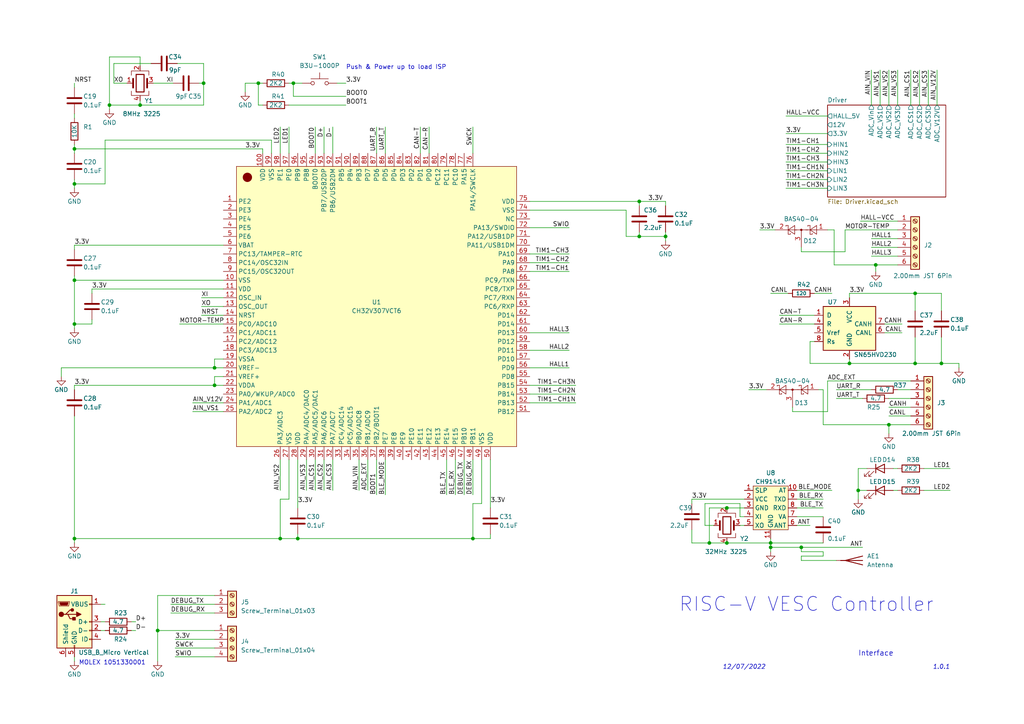
<source format=kicad_sch>
(kicad_sch (version 20220404) (generator eeschema)
  (paper "A4")
  (lib_symbols
    (symbol "BLDC_Library:CH32V307VCT6"
      (property "Reference" "U" (at 0 -1.27 0))
      (property "Value" "CH32V307VCT6" (at 0 1.27 0))
      (symbol "CH32V307VCT6_1_1"
        (pin bidirectional line (at -44.45 30.48 0) (length 3.81) (name "PE2") (number "1"))
        (pin power_in line (at -44.45 7.62 0) (length 3.81) (name "VSS") (number "10"))
        (pin power_in line (at -33.02 44.45 270) (length 3.81) (name "VDD") (number "100"))
        (pin power_in line (at -44.45 5.08 0) (length 3.81) (name "VDD") (number "11"))
        (pin bidirectional line (at -44.45 2.54 0) (length 3.81) (name "OSC_IN") (number "12"))
        (pin bidirectional line (at -44.45 0 0) (length 3.81) (name "OSC_OUT") (number "13"))
        (pin bidirectional line (at -44.45 -2.54 0) (length 3.81) (name "NRST") (number "14"))
        (pin bidirectional line (at -44.45 -5.08 0) (length 3.81) (name "PC0/ADC10") (number "15"))
        (pin bidirectional line (at -44.45 -7.62 0) (length 3.81) (name "PC1/ADC11") (number "16"))
        (pin bidirectional line (at -44.45 -10.16 0) (length 3.81) (name "PC2/ADC12") (number "17"))
        (pin bidirectional line (at -44.45 -12.7 0) (length 3.81) (name "PC3/ADC13") (number "18"))
        (pin power_in line (at -44.45 -15.24 0) (length 3.81) (name "VSSA") (number "19"))
        (pin bidirectional line (at -44.45 27.94 0) (length 3.81) (name "PE3") (number "2"))
        (pin power_in line (at -44.45 -17.78 0) (length 3.81) (name "VREF-") (number "20"))
        (pin power_in line (at -44.45 -20.32 0) (length 3.81) (name "VREF+") (number "21"))
        (pin power_in line (at -44.45 -22.86 0) (length 3.81) (name "VDDA") (number "22"))
        (pin bidirectional line (at -44.45 -25.4 0) (length 3.81) (name "PA0/WKUP/ADC0") (number "23"))
        (pin bidirectional line (at -44.45 -27.94 0) (length 3.81) (name "PA1/ADC1") (number "24"))
        (pin bidirectional line (at -44.45 -30.48 0) (length 3.81) (name "PA2/ADC2") (number "25"))
        (pin bidirectional line (at -27.94 -44.45 90) (length 3.81) (name "PA3/ADC3") (number "26"))
        (pin power_in line (at -25.4 -44.45 90) (length 3.81) (name "VSS") (number "27"))
        (pin power_in line (at -22.86 -44.45 90) (length 3.81) (name "VDD") (number "28"))
        (pin bidirectional line (at -20.32 -44.45 90) (length 3.81) (name "PA4/ADC4/DAC0") (number "29"))
        (pin bidirectional line (at -44.45 25.4 0) (length 3.81) (name "PE4") (number "3"))
        (pin bidirectional line (at -17.78 -44.45 90) (length 3.81) (name "PA5/ADC5/DAC1") (number "30"))
        (pin bidirectional line (at -15.24 -44.45 90) (length 3.81) (name "PA6/ADC6") (number "31"))
        (pin bidirectional line (at -12.7 -44.45 90) (length 3.81) (name "PA7/ADC7") (number "32"))
        (pin bidirectional line (at -10.16 -44.45 90) (length 3.81) (name "PC4/ADC14") (number "33"))
        (pin bidirectional line (at -7.62 -44.45 90) (length 3.81) (name "PC5/ADC15") (number "34"))
        (pin bidirectional line (at -5.08 -44.45 90) (length 3.81) (name "PB0/ADC8") (number "35"))
        (pin bidirectional line (at -2.54 -44.45 90) (length 3.81) (name "PB1/ADC9") (number "36"))
        (pin bidirectional line (at 0 -44.45 90) (length 3.81) (name "PB2/BOOT1") (number "37"))
        (pin bidirectional line (at 2.54 -44.45 90) (length 3.81) (name "PE7") (number "38"))
        (pin bidirectional line (at 5.08 -44.45 90) (length 3.81) (name "PE8") (number "39"))
        (pin bidirectional line (at -44.45 22.86 0) (length 3.81) (name "PE5") (number "4"))
        (pin bidirectional line (at 7.62 -44.45 90) (length 3.81) (name "PE9") (number "40"))
        (pin bidirectional line (at 10.16 -44.45 90) (length 3.81) (name "PE10") (number "41"))
        (pin bidirectional line (at 12.7 -44.45 90) (length 3.81) (name "PE11") (number "42"))
        (pin bidirectional line (at 15.24 -44.45 90) (length 3.81) (name "PE12") (number "43"))
        (pin bidirectional line (at 17.78 -44.45 90) (length 3.81) (name "PE13") (number "44"))
        (pin bidirectional line (at 20.32 -44.45 90) (length 3.81) (name "PE14") (number "45"))
        (pin bidirectional line (at 22.86 -44.45 90) (length 3.81) (name "PE15") (number "46"))
        (pin bidirectional line (at 25.4 -44.45 90) (length 3.81) (name "PB10") (number "47"))
        (pin bidirectional line (at 27.94 -44.45 90) (length 3.81) (name "PB11") (number "48"))
        (pin power_in line (at 30.48 -44.45 90) (length 3.81) (name "VSS") (number "49"))
        (pin bidirectional line (at -44.45 20.32 0) (length 3.81) (name "PE6") (number "5"))
        (pin power_in line (at 33.02 -44.45 90) (length 3.81) (name "VDD") (number "50"))
        (pin bidirectional line (at 44.45 -30.48 180) (length 3.81) (name "PB12") (number "51"))
        (pin bidirectional line (at 44.45 -27.94 180) (length 3.81) (name "PB13") (number "52"))
        (pin bidirectional line (at 44.45 -25.4 180) (length 3.81) (name "PB14") (number "53"))
        (pin bidirectional line (at 44.45 -22.86 180) (length 3.81) (name "PB15") (number "54"))
        (pin bidirectional line (at 44.45 -20.32 180) (length 3.81) (name "PD8") (number "55"))
        (pin bidirectional line (at 44.45 -17.78 180) (length 3.81) (name "PD9") (number "56"))
        (pin bidirectional line (at 44.45 -15.24 180) (length 3.81) (name "PD10") (number "57"))
        (pin bidirectional line (at 44.45 -12.7 180) (length 3.81) (name "PD11") (number "58"))
        (pin bidirectional line (at 44.45 -10.16 180) (length 3.81) (name "PD12") (number "59"))
        (pin power_in line (at -44.45 17.78 0) (length 3.81) (name "VBAT") (number "6"))
        (pin bidirectional line (at 44.45 -7.62 180) (length 3.81) (name "PD13") (number "60"))
        (pin bidirectional line (at 44.45 -5.08 180) (length 3.81) (name "PD14") (number "61"))
        (pin bidirectional line (at 44.45 -2.54 180) (length 3.81) (name "PD14") (number "62"))
        (pin bidirectional line (at 44.45 0 180) (length 3.81) (name "PC6/RXP") (number "63"))
        (pin bidirectional line (at 44.45 2.54 180) (length 3.81) (name "PC7/RXN") (number "64"))
        (pin bidirectional line (at 44.45 5.08 180) (length 3.81) (name "PC8/TXP") (number "65"))
        (pin bidirectional line (at 44.45 7.62 180) (length 3.81) (name "PC9/TXN") (number "66"))
        (pin bidirectional line (at 44.45 10.16 180) (length 3.81) (name "PA8") (number "67"))
        (pin bidirectional line (at 44.45 12.7 180) (length 3.81) (name "PA9") (number "68"))
        (pin bidirectional line (at 44.45 15.24 180) (length 3.81) (name "PA10") (number "69"))
        (pin bidirectional line (at -44.45 15.24 0) (length 3.81) (name "PC13/TAMPER-RTC") (number "7"))
        (pin bidirectional line (at 44.45 17.78 180) (length 3.81) (name "PA11/USB1DM") (number "70"))
        (pin bidirectional line (at 44.45 20.32 180) (length 3.81) (name "PA12/USB1DP") (number "71"))
        (pin bidirectional line (at 44.45 22.86 180) (length 3.81) (name "PA13/SWDIO") (number "72"))
        (pin passive line (at 44.45 25.4 180) (length 3.81) (name "NC") (number "73"))
        (pin power_in line (at 44.45 27.94 180) (length 3.81) (name "VSS") (number "74"))
        (pin power_in line (at 44.45 30.48 180) (length 3.81) (name "VDD") (number "75"))
        (pin bidirectional line (at 27.94 44.45 270) (length 3.81) (name "PA14/SWCLK") (number "76"))
        (pin bidirectional line (at 25.4 44.45 270) (length 3.81) (name "PA15") (number "77"))
        (pin bidirectional line (at 22.86 44.45 270) (length 3.81) (name "PC10") (number "78"))
        (pin bidirectional line (at 20.32 44.45 270) (length 3.81) (name "PC11") (number "79"))
        (pin bidirectional line (at -44.45 12.7 0) (length 3.81) (name "PC14/OSC32IN") (number "8"))
        (pin bidirectional line (at 17.78 44.45 270) (length 3.81) (name "PC12") (number "80"))
        (pin bidirectional line (at 15.24 44.45 270) (length 3.81) (name "PD0") (number "81"))
        (pin bidirectional line (at 12.7 44.45 270) (length 3.81) (name "PD1") (number "82"))
        (pin bidirectional line (at 10.16 44.45 270) (length 3.81) (name "PD2") (number "83"))
        (pin bidirectional line (at 7.62 44.45 270) (length 3.81) (name "PD3") (number "84"))
        (pin bidirectional line (at 5.08 44.45 270) (length 3.81) (name "PD4") (number "85"))
        (pin bidirectional line (at 2.54 44.45 270) (length 3.81) (name "PD5") (number "86"))
        (pin bidirectional line (at 0 44.45 270) (length 3.81) (name "PD6") (number "87"))
        (pin bidirectional line (at -2.54 44.45 270) (length 3.81) (name "PD7") (number "88"))
        (pin bidirectional line (at -5.08 44.45 270) (length 3.81) (name "PB3") (number "89"))
        (pin bidirectional line (at -44.45 10.16 0) (length 3.81) (name "PC15/OSC32OUT") (number "9"))
        (pin bidirectional line (at -7.62 44.45 270) (length 3.81) (name "PB4") (number "90"))
        (pin bidirectional line (at -10.16 44.45 270) (length 3.81) (name "PB5") (number "91"))
        (pin bidirectional line (at -12.7 44.45 270) (length 3.81) (name "PB6/USB2DM") (number "92"))
        (pin bidirectional line (at -15.24 44.45 270) (length 3.81) (name "PB7/USB2DP") (number "93"))
        (pin bidirectional line (at -17.78 44.45 270) (length 3.81) (name "BOOT0") (number "94"))
        (pin bidirectional line (at -20.32 44.45 270) (length 3.81) (name "PB8") (number "95"))
        (pin bidirectional line (at -22.86 44.45 270) (length 3.81) (name "PB9") (number "96"))
        (pin bidirectional line (at -25.4 44.45 270) (length 3.81) (name "PE0") (number "97"))
        (pin bidirectional line (at -27.94 44.45 270) (length 3.81) (name "PE1") (number "98"))
        (pin power_in line (at -30.48 44.45 270) (length 3.81) (name "VSS") (number "99"))
      )
    )
    (symbol "BLDC_Library:CH9141K"
      (property "Reference" "U?" (at 0 10.16 0))
      (property "Value" "CH9141K" (at 0 7.62 0))
      (symbol "CH9141K_1_1"
        (pin input line (at -7.62 3.81 0) (length 2.54) (name "SLP") (number "1"))
        (pin input line (at 7.62 3.81 180) (length 2.54) (name "AT") (number "10"))
        (pin power_in line (at 0 -10.16 90) (length 2.54) (name "GND") (number "11"))
        (pin power_in line (at -7.62 1.27 0) (length 2.54) (name "VCC") (number "2"))
        (pin power_in line (at -7.62 -1.27 0) (length 2.54) (name "GND") (number "3"))
        (pin input line (at -7.62 -3.81 0) (length 2.54) (name "XI") (number "4"))
        (pin input line (at -7.62 -6.35 0) (length 2.54) (name "XO") (number "5"))
        (pin output line (at 7.62 -6.35 180) (length 2.54) (name "ANT") (number "6"))
        (pin input line (at 7.62 -3.81 180) (length 2.54) (name "VA") (number "7"))
        (pin input line (at 7.62 -1.27 180) (length 2.54) (name "RXD") (number "8"))
        (pin output line (at 7.62 1.27 180) (length 2.54) (name "TXD") (number "9"))
      )
    )
    (symbol "Connector:Screw_Terminal_01x03" (pin_names (offset 1.016) hide)
      (property "Reference" "J" (at 0 5.08 0))
      (property "Value" "Screw_Terminal_01x03" (at 0 -5.08 0))
      (symbol "Screw_Terminal_01x03_1_1"
        (pin passive line (at -5.08 2.54 0) (length 3.81) (name "Pin_1") (number "1"))
        (pin passive line (at -5.08 0 0) (length 3.81) (name "Pin_2") (number "2"))
        (pin passive line (at -5.08 -2.54 0) (length 3.81) (name "Pin_3") (number "3"))
      )
    )
    (symbol "Connector:Screw_Terminal_01x04" (pin_names (offset 1.016) hide)
      (property "Reference" "J" (at 0 5.08 0))
      (property "Value" "Screw_Terminal_01x04" (at 0 -7.62 0))
      (symbol "Screw_Terminal_01x04_1_1"
        (pin passive line (at -5.08 2.54 0) (length 3.81) (name "Pin_1") (number "1"))
        (pin passive line (at -5.08 0 0) (length 3.81) (name "Pin_2") (number "2"))
        (pin passive line (at -5.08 -2.54 0) (length 3.81) (name "Pin_3") (number "3"))
        (pin passive line (at -5.08 -5.08 0) (length 3.81) (name "Pin_4") (number "4"))
      )
    )
    (symbol "Connector:Screw_Terminal_01x06" (pin_names (offset 1.016) hide)
      (property "Reference" "J" (at 0 7.62 0))
      (property "Value" "Screw_Terminal_01x06" (at 0 -10.16 0))
      (symbol "Screw_Terminal_01x06_1_1"
        (pin passive line (at -5.08 5.08 0) (length 3.81) (name "Pin_1") (number "1"))
        (pin passive line (at -5.08 2.54 0) (length 3.81) (name "Pin_2") (number "2"))
        (pin passive line (at -5.08 0 0) (length 3.81) (name "Pin_3") (number "3"))
        (pin passive line (at -5.08 -2.54 0) (length 3.81) (name "Pin_4") (number "4"))
        (pin passive line (at -5.08 -5.08 0) (length 3.81) (name "Pin_5") (number "5"))
        (pin passive line (at -5.08 -7.62 0) (length 3.81) (name "Pin_6") (number "6"))
      )
    )
    (symbol "Connector:USB_B_Micro" (pin_names (offset 1.016))
      (property "Reference" "J" (at -5.08 11.43 0))
      (property "Value" "USB_B_Micro" (at -5.08 8.89 0))
      (symbol "USB_B_Micro_1_1"
        (pin power_out line (at 7.62 5.08 180) (length 2.54) (name "VBUS") (number "1"))
        (pin bidirectional line (at 7.62 -2.54 180) (length 2.54) (name "D-") (number "2"))
        (pin bidirectional line (at 7.62 0 180) (length 2.54) (name "D+") (number "3"))
        (pin passive line (at 7.62 -5.08 180) (length 2.54) (name "ID") (number "4"))
        (pin power_out line (at 0 -10.16 90) (length 2.54) (name "GND") (number "5"))
        (pin passive line (at -2.54 -10.16 90) (length 2.54) (name "Shield") (number "6"))
      )
    )
    (symbol "Device:Antenna" (pin_numbers hide) (pin_names (offset 1.016) hide)
      (property "Reference" "AE" (at -1.905 1.905 0))
      (property "Value" "Antenna" (at -1.905 0 0))
      (symbol "Antenna_1_1"
        (pin input line (at 0 -5.08 90) (length 2.54) (name "A") (number "1"))
      )
    )
    (symbol "Device:C" (pin_numbers hide) (pin_names (offset 0.254))
      (property "Reference" "C" (at 0.635 2.54 0))
      (property "Value" "C" (at 0.635 -2.54 0))
      (symbol "C_1_1"
        (pin passive line (at 0 3.81 270) (length 2.794) (name "~") (number "1"))
        (pin passive line (at 0 -3.81 90) (length 2.794) (name "~") (number "2"))
      )
    )
    (symbol "Device:Crystal_GND24" (pin_names (offset 1.016) hide)
      (property "Reference" "Y" (at 3.175 5.08 0))
      (property "Value" "Crystal_GND24" (at 3.175 3.175 0))
      (symbol "Crystal_GND24_1_1"
        (pin passive line (at -3.81 0 0) (length 1.27) (name "1") (number "1"))
        (pin passive line (at 0 5.08 270) (length 1.27) (name "2") (number "2"))
        (pin passive line (at 3.81 0 180) (length 1.27) (name "3") (number "3"))
        (pin passive line (at 0 -5.08 90) (length 1.27) (name "4") (number "4"))
      )
    )
    (symbol "Device:LED" (pin_numbers hide) (pin_names (offset 1.016) hide)
      (property "Reference" "D" (at 0 2.54 0))
      (property "Value" "LED" (at 0 -2.54 0))
      (symbol "LED_1_1"
        (pin passive line (at -3.81 0 0) (length 2.54) (name "K") (number "1"))
        (pin passive line (at 3.81 0 180) (length 2.54) (name "A") (number "2"))
      )
    )
    (symbol "Device:R" (pin_numbers hide) (pin_names (offset 0))
      (property "Reference" "R" (at 2.032 0 90))
      (property "Value" "R" (at 0 0 90))
      (symbol "R_1_1"
        (pin passive line (at 0 3.81 270) (length 1.27) (name "~") (number "1"))
        (pin passive line (at 0 -3.81 90) (length 1.27) (name "~") (number "2"))
      )
    )
    (symbol "Diode:BAS40-04" (pin_names (offset 1.016))
      (property "Reference" "D" (at 0.635 -1.27 0))
      (property "Value" "BAS40-04" (at -6.35 5.715 0))
      (symbol "BAS40-04_1_1"
        (pin passive line (at -7.62 2.54 0) (length 3.81) (name "~") (number "1"))
        (pin passive line (at 7.62 2.54 180) (length 3.81) (name "~") (number "2"))
        (pin passive line (at 0 -2.54 90) (length 5.08) (name "~") (number "3"))
      )
    )
    (symbol "Interface_CAN_LIN:SN65HVD230" (pin_names (offset 1.016))
      (property "Reference" "U" (at -2.54 10.16 0))
      (property "Value" "SN65HVD230" (at -2.54 7.62 0))
      (symbol "SN65HVD230_1_1"
        (pin input line (at -10.16 2.54 0) (length 2.54) (name "D") (number "1"))
        (pin power_in line (at 0 -10.16 90) (length 2.54) (name "GND") (number "2"))
        (pin power_in line (at 0 7.62 270) (length 2.54) (name "VCC") (number "3"))
        (pin output line (at -10.16 0 0) (length 2.54) (name "R") (number "4"))
        (pin output line (at -10.16 -2.54 0) (length 2.54) (name "Vref") (number "5"))
        (pin bidirectional line (at 10.16 -2.54 180) (length 2.54) (name "CANL") (number "6"))
        (pin bidirectional line (at 10.16 0 180) (length 2.54) (name "CANH") (number "7"))
        (pin input line (at -10.16 -5.08 0) (length 2.54) (name "Rs") (number "8"))
      )
    )
    (symbol "Switch:SW_Push" (pin_numbers hide) (pin_names (offset 1.016) hide)
      (property "Reference" "SW" (at 1.27 2.54 0))
      (property "Value" "SW_Push" (at 0 -1.524 0))
      (symbol "SW_Push_0_1"
        (pin passive line (at -5.08 0 0) (length 2.54) (name "1") (number "1"))
        (pin passive line (at 5.08 0 180) (length 2.54) (name "2") (number "2"))
      )
    )
    (symbol "power:GND" (power) (pin_numbers hide) (pin_names (offset 0) hide)
      (property "Value" "GND" (at 0 -3.81 0))
      (symbol "GND_1_1"
        (pin power_in line (at 0 0 270) (length 0) hide (name "GND") (number "1"))
      )
    )
  )
  (junction (at 62.23 106.68))
  (junction (at 74.93 24.13))
  (junction (at 210.82 147.32))
  (junction (at 31.75 30.48))
  (junction (at 232.41 158.75))
  (junction (at 248.92 142.24))
  (junction (at 137.16 156.21))
  (junction (at 223.52 158.75))
  (junction (at 21.59 53.34))
  (junction (at 21.59 43.18))
  (junction (at 185.42 68.58))
  (junction (at 257.81 123.19))
  (junction (at 185.42 58.42))
  (junction (at 40.64 30.48))
  (junction (at 59.055 24.13))
  (junction (at 210.82 157.48))
  (junction (at 193.04 68.58))
  (junction (at 85.09 24.13))
  (junction (at 273.05 105.41))
  (junction (at 265.43 85.09))
  (junction (at 246.38 105.41))
  (junction (at 45.72 182.88))
  (junction (at 205.74 157.48))
  (junction (at 62.23 111.76))
  (junction (at 265.43 105.41))
  (junction (at 86.36 156.21))
  (junction (at 254 76.835))
  (junction (at 223.52 157.48))
  (junction (at 21.59 156.21))
  (junction (at 21.59 81.28))
  (junction (at 81.28 156.21))
  (junction (at 21.59 93.98))
  (wire (pts (xy 71.12 24.13) (xy 74.93 24.13)))
  (wire (pts (xy 223.52 157.48) (xy 238.76 157.48)))
  (wire (pts (xy 264.16 20.32) (xy 264.16 30.48)))
  (wire (pts (xy 210.82 147.32) (xy 215.9 147.32)))
  (wire (pts (xy 45.72 172.72) (xy 45.72 182.88)))
  (wire (pts (xy 26.67 83.82) (xy 26.67 85.09)))
  (wire (pts (xy 242.57 113.03) (xy 252.73 113.03)))
  (wire (pts (xy 21.59 81.28) (xy 64.77 81.28)))
  (wire (pts (xy 81.28 133.35) (xy 81.28 142.24)))
  (wire (pts (xy 232.41 161.29) (xy 238.76 161.29)))
  (wire (pts (xy 249.555 64.135) (xy 260.35 64.135)))
  (wire (pts (xy 241.3 142.24) (xy 231.14 142.24)))
  (wire (pts (xy 129.54 133.35) (xy 129.54 143.51)))
  (wire (pts (xy 210.82 147.32) (xy 205.74 147.32)))
  (wire (pts (xy 91.44 36.83) (xy 91.44 44.45)))
  (wire (pts (xy 204.47 152.4) (xy 207.01 152.4)))
  (wire (pts (xy 257.81 123.19) (xy 264.16 123.19)))
  (wire (pts (xy 242.57 115.57) (xy 250.19 115.57)))
  (wire (pts (xy 142.24 156.21) (xy 137.16 156.21)))
  (wire (pts (xy 248.92 135.89) (xy 248.92 142.24)))
  (wire (pts (xy 257.81 118.11) (xy 264.16 118.11)))
  (wire (pts (xy 59.055 18.415) (xy 59.055 24.13)))
  (wire (pts (xy 265.43 90.17) (xy 265.43 85.09)))
  (wire (pts (xy 109.22 133.35) (xy 109.22 143.51)))
  (wire (pts (xy 21.59 120.65) (xy 21.59 156.21)))
  (wire (pts (xy 21.59 93.98) (xy 21.59 81.28)))
  (wire (pts (xy 62.23 109.22) (xy 62.23 111.76)))
  (wire (pts (xy 167.005 114.3) (xy 153.67 114.3)))
  (wire (pts (xy 200.66 144.78) (xy 200.66 146.05)))
  (wire (pts (xy 21.59 93.98) (xy 21.59 95.25)))
  (wire (pts (xy 236.22 85.09) (xy 241.3 85.09)))
  (wire (pts (xy 21.59 33.02) (xy 21.59 34.29)))
  (wire (pts (xy 62.23 106.68) (xy 17.78 106.68)))
  (wire (pts (xy 226.06 91.44) (xy 236.22 91.44)))
  (wire (pts (xy 234.95 99.06) (xy 236.22 99.06)))
  (wire (pts (xy 55.88 119.38) (xy 64.77 119.38)))
  (wire (pts (xy 240.03 119.38) (xy 229.87 119.38)))
  (wire (pts (xy 83.82 36.83) (xy 83.82 44.45)))
  (wire (pts (xy 21.59 71.12) (xy 64.77 71.12)))
  (wire (pts (xy 254 76.835) (xy 260.35 76.835)))
  (wire (pts (xy 40.64 16.51) (xy 40.64 19.05)))
  (wire (pts (xy 29.21 175.26) (xy 30.48 175.26)))
  (wire (pts (xy 96.52 133.35) (xy 96.52 142.24)))
  (wire (pts (xy 139.7 133.35) (xy 139.7 146.05)))
  (wire (pts (xy 64.77 111.76) (xy 62.23 111.76)))
  (wire (pts (xy 246.38 85.09) (xy 246.38 86.36)))
  (wire (pts (xy 271.78 20.32) (xy 271.78 30.48)))
  (wire (pts (xy 52.07 93.98) (xy 64.77 93.98)))
  (wire (pts (xy 31.75 16.51) (xy 31.75 30.48)))
  (wire (pts (xy 252.73 20.32) (xy 252.73 30.48)))
  (wire (pts (xy 142.24 154.94) (xy 142.24 156.21)))
  (wire (pts (xy 248.92 142.24) (xy 248.92 144.78)))
  (wire (pts (xy 38.1 180.34) (xy 39.37 180.34)))
  (wire (pts (xy 30.48 40.64) (xy 78.74 40.64)))
  (wire (pts (xy 226.06 93.98) (xy 236.22 93.98)))
  (wire (pts (xy 252.73 69.215) (xy 260.35 69.215)))
  (wire (pts (xy 85.09 27.94) (xy 85.09 24.13)))
  (wire (pts (xy 132.08 133.35) (xy 132.08 143.51)))
  (wire (pts (xy 165.1 76.2) (xy 153.67 76.2)))
  (wire (pts (xy 81.28 156.21) (xy 21.59 156.21)))
  (wire (pts (xy 26.67 92.71) (xy 26.67 93.98)))
  (wire (pts (xy 273.05 97.79) (xy 273.05 105.41)))
  (wire (pts (xy 85.09 24.13) (xy 87.63 24.13)))
  (wire (pts (xy 93.98 133.35) (xy 93.98 142.24)))
  (wire (pts (xy 74.93 24.13) (xy 76.2 24.13)))
  (wire (pts (xy 59.055 30.48) (xy 59.055 24.13)))
  (wire (pts (xy 71.12 24.13) (xy 71.12 26.67)))
  (wire (pts (xy 31.75 30.48) (xy 31.75 31.75)))
  (wire (pts (xy 50.8 190.5) (xy 62.23 190.5)))
  (wire (pts (xy 26.67 93.98) (xy 21.59 93.98)))
  (wire (pts (xy 83.82 24.13) (xy 85.09 24.13)))
  (wire (pts (xy 76.2 43.18) (xy 76.2 44.45)))
  (wire (pts (xy 193.04 58.42) (xy 193.04 59.69)))
  (wire (pts (xy 40.64 29.21) (xy 40.64 30.48)))
  (wire (pts (xy 153.67 66.04) (xy 165.1 66.04)))
  (wire (pts (xy 59.055 24.13) (xy 57.785 24.13)))
  (wire (pts (xy 238.76 161.29) (xy 238.76 160.02)))
  (wire (pts (xy 232.41 158.75) (xy 232.41 160.02)))
  (wire (pts (xy 227.965 33.655) (xy 240.03 33.655)))
  (wire (pts (xy 76.2 30.48) (xy 74.93 30.48)))
  (wire (pts (xy 223.52 158.75) (xy 232.41 158.75)))
  (wire (pts (xy 232.41 162.56) (xy 232.41 161.29)))
  (wire (pts (xy 109.22 36.83) (xy 109.22 44.45)))
  (wire (pts (xy 223.52 157.48) (xy 223.52 158.75)))
  (wire (pts (xy 31.75 30.48) (xy 40.64 30.48)))
  (wire (pts (xy 100.33 27.94) (xy 85.09 27.94)))
  (wire (pts (xy 21.59 80.01) (xy 21.59 81.28)))
  (wire (pts (xy 245.11 66.675) (xy 260.35 66.675)))
  (wire (pts (xy 240.03 66.675) (xy 241.935 66.675)))
  (wire (pts (xy 260.35 113.03) (xy 264.16 113.03)))
  (wire (pts (xy 227.965 52.07) (xy 240.03 52.07)))
  (wire (pts (xy 185.42 68.58) (xy 193.04 68.58)))
  (wire (pts (xy 193.04 67.31) (xy 193.04 68.58)))
  (wire (pts (xy 21.59 54.61) (xy 21.59 53.34)))
  (wire (pts (xy 44.45 24.13) (xy 50.165 24.13)))
  (wire (pts (xy 238.76 113.03) (xy 238.76 123.19)))
  (wire (pts (xy 81.28 36.83) (xy 81.28 44.45)))
  (wire (pts (xy 142.24 133.35) (xy 142.24 147.32)))
  (wire (pts (xy 40.64 30.48) (xy 59.055 30.48)))
  (wire (pts (xy 74.93 30.48) (xy 74.93 24.13)))
  (wire (pts (xy 165.1 73.66) (xy 153.67 73.66)))
  (wire (pts (xy 153.67 60.96) (xy 181.61 60.96)))
  (wire (pts (xy 214.63 149.86) (xy 214.63 146.05)))
  (wire (pts (xy 153.67 101.6) (xy 165.1 101.6)))
  (wire (pts (xy 266.7 20.32) (xy 266.7 30.48)))
  (wire (pts (xy 200.66 144.78) (xy 215.9 144.78)))
  (wire (pts (xy 204.47 146.05) (xy 204.47 152.4)))
  (wire (pts (xy 205.74 147.32) (xy 205.74 157.48)))
  (wire (pts (xy 64.77 106.68) (xy 62.23 106.68)))
  (wire (pts (xy 259.08 142.24) (xy 260.35 142.24)))
  (wire (pts (xy 49.53 177.8) (xy 62.23 177.8)))
  (wire (pts (xy 165.1 78.74) (xy 153.67 78.74)))
  (wire (pts (xy 137.16 36.83) (xy 137.16 44.45)))
  (wire (pts (xy 214.63 146.05) (xy 204.47 146.05)))
  (wire (pts (xy 231.14 147.32) (xy 238.76 147.32)))
  (wire (pts (xy 227.965 49.53) (xy 240.03 49.53)))
  (wire (pts (xy 86.36 154.94) (xy 86.36 156.21)))
  (wire (pts (xy 241.935 66.675) (xy 241.935 76.835)))
  (wire (pts (xy 30.48 53.34) (xy 21.59 53.34)))
  (wire (pts (xy 193.04 69.85) (xy 193.04 68.58)))
  (wire (pts (xy 45.72 182.88) (xy 62.23 182.88)))
  (wire (pts (xy 81.28 144.78) (xy 81.28 156.21)))
  (wire (pts (xy 267.97 142.24) (xy 275.59 142.24)))
  (wire (pts (xy 137.16 133.35) (xy 137.16 143.51)))
  (wire (pts (xy 64.77 104.14) (xy 62.23 104.14)))
  (wire (pts (xy 167.005 111.76) (xy 153.67 111.76)))
  (wire (pts (xy 49.53 175.26) (xy 62.23 175.26)))
  (wire (pts (xy 255.27 20.32) (xy 255.27 30.48)))
  (wire (pts (xy 83.82 144.78) (xy 81.28 144.78)))
  (wire (pts (xy 227.965 54.61) (xy 240.03 54.61)))
  (wire (pts (xy 88.9 133.35) (xy 88.9 142.24)))
  (wire (pts (xy 273.05 85.09) (xy 265.43 85.09)))
  (wire (pts (xy 21.59 157.48) (xy 21.59 156.21)))
  (wire (pts (xy 21.59 41.91) (xy 21.59 43.18)))
  (wire (pts (xy 241.935 76.835) (xy 254 76.835)))
  (wire (pts (xy 251.46 135.89) (xy 248.92 135.89)))
  (wire (pts (xy 232.41 71.755) (xy 232.41 73.025)))
  (wire (pts (xy 232.41 160.02) (xy 238.76 160.02)))
  (wire (pts (xy 21.59 44.45) (xy 21.59 43.18)))
  (wire (pts (xy 267.97 135.89) (xy 275.59 135.89)))
  (wire (pts (xy 278.13 106.68) (xy 278.13 105.41)))
  (wire (pts (xy 234.95 99.06) (xy 234.95 105.41)))
  (wire (pts (xy 43.815 18.415) (xy 33.02 18.415)))
  (wire (pts (xy 223.52 85.09) (xy 228.6 85.09)))
  (wire (pts (xy 58.42 86.36) (xy 64.77 86.36)))
  (wire (pts (xy 83.82 133.35) (xy 83.82 144.78)))
  (wire (pts (xy 50.8 185.42) (xy 62.23 185.42)))
  (wire (pts (xy 223.52 160.02) (xy 223.52 158.75)))
  (wire (pts (xy 181.61 60.96) (xy 181.61 68.58)))
  (wire (pts (xy 153.67 96.52) (xy 165.1 96.52)))
  (wire (pts (xy 227.965 41.91) (xy 240.03 41.91)))
  (wire (pts (xy 21.59 111.76) (xy 21.59 113.03)))
  (wire (pts (xy 106.68 133.35) (xy 106.68 142.24)))
  (wire (pts (xy 181.61 68.58) (xy 185.42 68.58)))
  (wire (pts (xy 29.21 180.34) (xy 30.48 180.34)))
  (wire (pts (xy 50.8 187.96) (xy 62.23 187.96)))
  (wire (pts (xy 33.02 24.13) (xy 36.83 24.13)))
  (wire (pts (xy 21.59 72.39) (xy 21.59 71.12)))
  (wire (pts (xy 111.76 36.83) (xy 111.76 44.45)))
  (wire (pts (xy 104.14 133.35) (xy 104.14 142.24)))
  (wire (pts (xy 40.64 16.51) (xy 31.75 16.51)))
  (wire (pts (xy 250.19 158.75) (xy 232.41 158.75)))
  (wire (pts (xy 86.36 156.21) (xy 137.16 156.21)))
  (wire (pts (xy 278.13 105.41) (xy 273.05 105.41)))
  (wire (pts (xy 205.74 157.48) (xy 210.82 157.48)))
  (wire (pts (xy 17.78 106.68) (xy 17.78 109.22)))
  (wire (pts (xy 62.23 104.14) (xy 62.23 106.68)))
  (wire (pts (xy 256.54 93.98) (xy 261.62 93.98)))
  (wire (pts (xy 215.9 149.86) (xy 214.63 149.86)))
  (wire (pts (xy 185.42 58.42) (xy 185.42 59.69)))
  (wire (pts (xy 227.965 38.735) (xy 240.03 38.735)))
  (wire (pts (xy 257.81 125.73) (xy 257.81 123.19)))
  (wire (pts (xy 38.1 182.88) (xy 39.37 182.88)))
  (wire (pts (xy 45.72 182.88) (xy 45.72 191.77)))
  (wire (pts (xy 232.41 162.56) (xy 242.57 162.56)))
  (wire (pts (xy 111.76 133.35) (xy 111.76 143.51)))
  (wire (pts (xy 83.82 30.48) (xy 100.33 30.48)))
  (wire (pts (xy 78.74 44.45) (xy 78.74 40.64)))
  (wire (pts (xy 86.36 156.21) (xy 81.28 156.21)))
  (wire (pts (xy 33.02 18.415) (xy 33.02 24.13)))
  (wire (pts (xy 264.16 110.49) (xy 240.03 110.49)))
  (wire (pts (xy 64.77 109.22) (xy 62.23 109.22)))
  (wire (pts (xy 259.08 135.89) (xy 260.35 135.89)))
  (wire (pts (xy 153.67 58.42) (xy 185.42 58.42)))
  (wire (pts (xy 245.11 73.025) (xy 245.11 66.675)))
  (wire (pts (xy 238.76 123.19) (xy 257.81 123.19)))
  (wire (pts (xy 223.52 157.48) (xy 223.52 156.21)))
  (wire (pts (xy 185.42 58.42) (xy 193.04 58.42)))
  (wire (pts (xy 200.66 157.48) (xy 205.74 157.48)))
  (wire (pts (xy 100.33 24.13) (xy 97.79 24.13)))
  (wire (pts (xy 26.67 83.82) (xy 64.77 83.82)))
  (wire (pts (xy 134.62 133.35) (xy 134.62 143.51)))
  (wire (pts (xy 246.38 105.41) (xy 265.43 105.41)))
  (wire (pts (xy 214.63 152.4) (xy 215.9 152.4)))
  (wire (pts (xy 121.92 36.83) (xy 121.92 44.45)))
  (wire (pts (xy 21.59 52.07) (xy 21.59 53.34)))
  (wire (pts (xy 21.59 190.5) (xy 21.59 191.77)))
  (wire (pts (xy 260.35 20.32) (xy 260.35 30.48)))
  (wire (pts (xy 220.345 66.675) (xy 224.79 66.675)))
  (wire (pts (xy 55.88 116.84) (xy 64.77 116.84)))
  (wire (pts (xy 254 78.74) (xy 254 76.835)))
  (wire (pts (xy 21.59 43.18) (xy 76.2 43.18)))
  (wire (pts (xy 51.435 18.415) (xy 59.055 18.415)))
  (wire (pts (xy 269.24 20.32) (xy 269.24 30.48)))
  (wire (pts (xy 252.73 71.755) (xy 260.35 71.755)))
  (wire (pts (xy 30.48 40.64) (xy 30.48 53.34)))
  (wire (pts (xy 229.87 119.38) (xy 229.87 118.11)))
  (wire (pts (xy 232.41 73.025) (xy 245.11 73.025)))
  (wire (pts (xy 21.59 24.13) (xy 21.59 25.4)))
  (wire (pts (xy 124.46 36.83) (xy 124.46 44.45)))
  (wire (pts (xy 265.43 105.41) (xy 265.43 97.79)))
  (wire (pts (xy 251.46 142.24) (xy 248.92 142.24)))
  (wire (pts (xy 234.95 105.41) (xy 246.38 105.41)))
  (wire (pts (xy 185.42 67.31) (xy 185.42 68.58)))
  (wire (pts (xy 210.82 157.48) (xy 223.52 157.48)))
  (wire (pts (xy 257.81 120.65) (xy 264.16 120.65)))
  (wire (pts (xy 237.49 113.03) (xy 238.76 113.03)))
  (wire (pts (xy 45.72 172.72) (xy 62.23 172.72)))
  (wire (pts (xy 231.14 152.4) (xy 234.95 152.4)))
  (wire (pts (xy 227.965 46.99) (xy 240.03 46.99)))
  (wire (pts (xy 200.66 153.67) (xy 200.66 157.48)))
  (wire (pts (xy 231.14 144.78) (xy 238.76 144.78)))
  (wire (pts (xy 257.81 115.57) (xy 264.16 115.57)))
  (wire (pts (xy 273.05 105.41) (xy 265.43 105.41)))
  (wire (pts (xy 252.73 74.295) (xy 260.35 74.295)))
  (wire (pts (xy 246.38 104.14) (xy 246.38 105.41)))
  (wire (pts (xy 231.14 149.86) (xy 238.76 149.86)))
  (wire (pts (xy 265.43 85.09) (xy 246.38 85.09)))
  (wire (pts (xy 96.52 36.83) (xy 96.52 44.45)))
  (wire (pts (xy 227.965 44.45) (xy 240.03 44.45)))
  (wire (pts (xy 240.03 110.49) (xy 240.03 119.38)))
  (wire (pts (xy 273.05 90.17) (xy 273.05 85.09)))
  (wire (pts (xy 58.42 88.9) (xy 64.77 88.9)))
  (wire (pts (xy 29.21 182.88) (xy 30.48 182.88)))
  (wire (pts (xy 256.54 96.52) (xy 261.62 96.52)))
  (wire (pts (xy 91.44 133.35) (xy 91.44 142.24)))
  (wire (pts (xy 93.98 36.83) (xy 93.98 44.45)))
  (wire (pts (xy 58.42 91.44) (xy 64.77 91.44)))
  (wire (pts (xy 62.23 111.76) (xy 21.59 111.76)))
  (wire (pts (xy 153.67 106.68) (xy 165.1 106.68)))
  (wire (pts (xy 167.005 116.84) (xy 153.67 116.84)))
  (wire (pts (xy 137.16 146.05) (xy 137.16 156.21)))
  (wire (pts (xy 217.17 113.03) (xy 222.25 113.03)))
  (wire (pts (xy 86.36 133.35) (xy 86.36 147.32)))
  (wire (pts (xy 139.7 146.05) (xy 137.16 146.05)))
  (wire (pts (xy 257.81 20.32) (xy 257.81 30.48)))
  (text "Push & Power up to load ISP" (at 100.33 20.32 0) (effects (font (size 1.27 1.27)) (justify left bottom)))
  (text "1.0.1" (at 270.51 194.31 0) (effects (font (size 1.27 1.27) italic) (justify left bottom)))
  (text "MOLEX 1051330001" (at 22.86 193.04 0) (effects (font (size 1.27 1.27)) (justify left bottom)))
  (text "Interface" (at 248.92 190.5 0) (effects (font (size 1.524 1.524)) (justify left bottom)))
  (text "RISC-V VESC Controller" (at 196.85 177.8 0) (effects (font (size 4.064 4.064)) (justify left bottom)))
  (text "12/07/2022" (at 209.55 194.31 0) (effects (font (size 1.27 1.27) italic) (justify left bottom)))
  (label "TIM1-CH3N" (at 227.965 54.61 0))
  (label "3.3V" (at 71.12 43.18 0))
  (label "BLE_TX" (at 238.76 147.32 180))
  (label "HALL1" (at 165.1 106.68 180))
  (label "TIM1-CH3" (at 227.965 46.99 0))
  (label "3.3V" (at 26.67 83.82 0))
  (label "3.3V" (at 21.59 111.76 0))
  (label "ANT" (at 250.19 158.75 180))
  (label "TIM1-CH1" (at 227.965 41.91 0))
  (label "MOTOR-TEMP" (at 52.07 93.98 0))
  (label "CAN-T" (at 121.92 36.83 270))
  (label "DEBUG_RX" (at 49.53 177.8 0))
  (label "3.3V" (at 200.66 144.78 0))
  (label "HALL-VCC" (at 249.555 64.135 0))
  (label "ANT" (at 234.95 152.4 180))
  (label "AIN_VS2" (at 257.81 20.32 270))
  (label "SWIO" (at 50.8 190.5 0))
  (label "3.3V" (at 246.38 85.09 0))
  (label "TIM1-CH3" (at 165.1 73.66 180))
  (label "BOOT1" (at 100.33 30.48 0))
  (label "AIN_V12V" (at 55.88 116.84 0))
  (label "HALL3" (at 252.73 74.295 0))
  (label "3.3V" (at 227.965 38.735 0))
  (label "D+" (at 93.98 36.83 270))
  (label "CANH" (at 257.81 118.11 0))
  (label "DEBUG_TX" (at 49.53 175.26 0))
  (label "AIN_CS1" (at 264.16 20.32 270))
  (label "XO" (at 58.42 88.9 0))
  (label "AIN_V12V" (at 271.78 20.32 270))
  (label "AIN_CS3" (at 269.24 20.32 270))
  (label "HALL3" (at 165.1 96.52 180))
  (label "UART_T" (at 111.76 36.83 270))
  (label "TIM1-CH2" (at 227.965 44.45 0))
  (label "AIN_CS3" (at 96.52 142.24 90))
  (label "BLE_RX" (at 238.76 144.78 180))
  (label "3.3V" (at 187.96 58.42 0))
  (label "SWCK" (at 137.16 36.83 270))
  (label "3.3V" (at 100.33 24.13 0))
  (label "3.3V" (at 217.17 113.03 0))
  (label "TIM1-CH1N" (at 227.965 49.53 0))
  (label "CANL" (at 261.62 96.52 180))
  (label "ADC_EXT" (at 106.68 142.24 90))
  (label "HALL2" (at 165.1 101.6 180))
  (label "BOOT1" (at 109.22 143.51 90))
  (label "ADC_EXT" (at 240.03 110.49 0))
  (label "D-" (at 39.37 182.88 0))
  (label "XI" (at 48.26 24.13 0))
  (label "DEBUG_RX" (at 137.16 143.51 90))
  (label "NRST" (at 58.42 91.44 0))
  (label "CANL" (at 223.52 85.09 0))
  (label "AIN_VS2" (at 81.28 142.24 90))
  (label "CAN-T" (at 226.06 91.44 0))
  (label "SWIO" (at 165.1 66.04 180))
  (label "BLE_MODE" (at 241.3 142.24 180))
  (label "UART_R" (at 109.22 36.83 270))
  (label "3.3V" (at 86.36 146.05 0))
  (label "AIN_CS2" (at 266.7 20.32 270))
  (label "CANL" (at 257.81 120.65 0))
  (label "3.3V" (at 142.24 146.05 0))
  (label "AIN_VIN" (at 104.14 142.24 90))
  (label "AIN_VIN" (at 252.73 20.32 270))
  (label "DEBUG_TX" (at 134.62 143.51 90))
  (label "LED1" (at 275.59 135.89 180))
  (label "BLE_MODE" (at 111.76 143.51 90))
  (label "LED1" (at 83.82 36.83 270))
  (label "MOTOR-TEMP" (at 245.11 66.675 0))
  (label "AIN_VS1" (at 255.27 20.32 270))
  (label "HALL2" (at 252.73 71.755 0))
  (label "NRST" (at 21.59 24.13 0))
  (label "CANH" (at 261.62 93.98 180))
  (label "AIN_VS1" (at 55.88 119.38 0))
  (label "UART_T" (at 242.57 115.57 0))
  (label "AIN_CS2" (at 93.98 142.24 90))
  (label "CAN-R" (at 124.46 36.83 270))
  (label "XI" (at 58.42 86.36 0))
  (label "SWCK" (at 50.8 187.96 0))
  (label "UART_R" (at 242.57 113.03 0))
  (label "TIM1-CH2N" (at 227.965 52.07 0))
  (label "BOOT0" (at 91.44 36.83 270))
  (label "HALL-VCC" (at 227.965 33.655 0))
  (label "BLE_TX" (at 129.54 143.51 90))
  (label "AIN_VS3" (at 88.9 142.24 90))
  (label "LED2" (at 81.28 36.83 270))
  (label "HALL1" (at 252.73 69.215 0))
  (label "XO" (at 33.02 24.13 0))
  (label "AIN_CS1" (at 91.44 142.24 90))
  (label "TIM1-CH1" (at 165.1 78.74 180))
  (label "CAN-R" (at 226.06 93.98 0))
  (label "AIN_VS3" (at 260.35 20.32 270))
  (label "TIM1-CH2" (at 165.1 76.2 180))
  (label "3.3V" (at 50.8 185.42 0))
  (label "BLE_RX" (at 132.08 143.51 90))
  (label "BOOT0" (at 100.33 27.94 0))
  (label "TIM1-CH3N" (at 167.005 111.76 180))
  (label "3.3V" (at 21.59 71.12 0))
  (label "TIM1-CH2N" (at 167.005 114.3 180))
  (label "D+" (at 39.37 180.34 0))
  (label "TIM1-CH1N" (at 167.005 116.84 180))
  (label "CANH" (at 241.3 85.09 180))
  (label "LED2" (at 275.59 142.24 180))
  (label "3.3V" (at 220.345 66.675 0))
  (label "D-" (at 96.52 36.83 270))
  (symbol (lib_id "Device:R") (at 21.59 38.1 0) (unit 1)
    (default_instance (reference "U") (unit 1) (value "") (footprint ""))
    (property "Reference" "R1" (at 24.13 36.8299 0) (effects (justify left)))
    (property "Value" "10K" (at 21.59 38.1 90))
    (property "Footprint" "Resistor_SMD:R_0603_1608Metric" (effects hide))
  )
  (symbol (lib_id "Connector:Screw_Terminal_01x03") (at 67.31 175.26 0) (unit 1)
    (default_instance (reference "J") (unit 1) (value "Screw_Terminal_01x03") (footprint ""))
    (property "Reference" "J5" (at 69.85 174.625 0) (effects (justify left)))
    (property "Value" "Screw_Terminal_01x03" (at 69.85 177.165 0) (effects (justify left)))
    (property "Footprint" "Connector_PinHeader_2.54mm:PinHeader_1x03_P2.54mm_Vertical" (effects hide))
  )
  (symbol (lib_id "power:GND") (at 223.52 160.02 0) (unit 1)
    (default_instance (reference "U") (unit 1) (value "") (footprint ""))
    (property "Reference" "#PWR0114" (effects hide))
    (property "Value" "GND" (at 223.52 163.83 0))
  )
  (symbol (lib_id "Device:C") (at 26.67 88.9 0) (unit 1)
    (default_instance (reference "U") (unit 1) (value "") (footprint ""))
    (property "Reference" "C29" (at 29.21 87.63 0) (effects (justify left)))
    (property "Value" "0.1uF" (at 29.21 90.17 0) (effects (justify left)))
    (property "Footprint" "Capacitor_SMD:C_0603_1608Metric" (effects hide))
  )
  (symbol (lib_id "Device:R") (at 232.41 85.09 90) (unit 1)
    (default_instance (reference "U") (unit 1) (value "") (footprint ""))
    (property "Reference" "R42" (at 231.1399 82.55 90) (effects (justify right)))
    (property "Value" "120" (at 232.41 85.09 90) (effects (font (size 1.016 1.016))))
    (property "Footprint" "Resistor_SMD:R_0805_2012Metric" (effects hide))
  )
  (symbol (lib_id "power:GND") (at 21.59 95.25 0) (unit 1)
    (default_instance (reference "U") (unit 1) (value "") (footprint ""))
    (property "Reference" "#PWR0104" (effects hide))
    (property "Value" "GND" (at 21.59 99.06 0))
  )
  (symbol (lib_id "power:GND") (at 278.13 106.68 0) (unit 1)
    (default_instance (reference "U") (unit 1) (value "") (footprint ""))
    (property "Reference" "#PWR0112" (effects hide))
    (property "Value" "GND" (at 278.13 110.49 0))
  )
  (symbol (lib_id "Interface_CAN_LIN:SN65HVD230") (at 246.38 93.98 0) (unit 1)
    (default_instance (reference "U") (unit 1) (value "") (footprint ""))
    (property "Reference" "U7" (at 240.03 87.63 0) (effects (justify left)))
    (property "Value" "SN65HVD230" (at 247.65 102.87 0) (effects (justify left)))
    (property "Footprint" "Package_SO:SOIC-8_3.9x4.9mm_P1.27mm" (effects hide))
    (property "Datasheet" "http://www.ti.com/lit/ds/symlink/sn65hvd230.pdf" (effects hide))
  )
  (symbol (lib_id "Device:C") (at 273.05 93.98 0) (unit 1)
    (default_instance (reference "U") (unit 1) (value "") (footprint ""))
    (property "Reference" "C38" (at 275.59 92.71 0) (effects (justify left)))
    (property "Value" "0.1uF" (at 275.59 95.25 0) (effects (justify left)))
    (property "Footprint" "Capacitor_SMD:C_0603_1608Metric" (effects hide))
  )
  (symbol (lib_id "Device:C") (at 21.59 29.21 180) (unit 1)
    (default_instance (reference "U") (unit 1) (value "") (footprint ""))
    (property "Reference" "C19" (at 24.13 27.94 0) (effects (justify right)))
    (property "Value" "0.1uF" (at 24.13 30.48 0) (effects (justify right)))
    (property "Footprint" "Capacitor_SMD:C_0603_1608Metric" (effects hide))
  )
  (symbol (lib_id "Device:C") (at 238.76 153.67 0) (unit 1)
    (default_instance (reference "U") (unit 1) (value "") (footprint ""))
    (property "Reference" "C40" (at 240.03 151.13 0) (effects (justify left)))
    (property "Value" "0.1uF" (at 240.03 156.21 0) (effects (justify left)))
    (property "Footprint" "Capacitor_SMD:C_0603_1608Metric" (effects hide))
  )
  (symbol (lib_id "power:GND") (at 21.59 54.61 0) (unit 1)
    (default_instance (reference "U") (unit 1) (value "") (footprint ""))
    (property "Reference" "#PWR0103" (effects hide))
    (property "Value" "GND" (at 21.59 58.42 0))
  )
  (symbol (lib_id "Connector:Screw_Terminal_01x06") (at 269.24 115.57 0) (unit 1)
    (default_instance (reference "U") (unit 1) (value "") (footprint ""))
    (property "Reference" "J3" (at 271.78 116.84 0) (effects (justify left)))
    (property "Value" "2.00mm JST 6Pin" (at 261.62 125.73 0) (effects (justify left)))
    (property "Footprint" "Connector_JST:JST_PH_B6B-PH-K_1x06_P2.00mm_Vertical" (effects hide))
  )
  (symbol (lib_id "BLDC_Library:CH32V307VCT6") (at 109.22 88.9 0) (unit 1)
    (default_instance (reference "U") (unit 1) (value "") (footprint ""))
    (property "Reference" "U1" (at 109.22 87.63 0))
    (property "Value" "CH32V307VCT6" (at 109.22 90.17 0))
    (property "Footprint" "Package_QFP:LQFP-100_14x14mm_P0.5mm" (effects hide))
  )
  (symbol (lib_id "Device:R") (at 264.16 135.89 90) (unit 1)
    (default_instance (reference "U") (unit 1) (value "") (footprint ""))
    (property "Reference" "R38" (at 262.8899 133.35 90) (effects (justify right)))
    (property "Value" "2K2" (at 264.16 135.89 90))
    (property "Footprint" "Resistor_SMD:R_0603_1608Metric" (effects hide))
  )
  (symbol (lib_id "Switch:SW_Push") (at 92.71 24.13 0) (unit 1)
    (default_instance (reference "U") (unit 1) (value "") (footprint ""))
    (property "Reference" "SW1" (at 92.71 16.51 0))
    (property "Value" "B3U-1000P" (at 92.71 19.05 0))
    (property "Footprint" "Button_Switch_SMD:SW_SPST_B3U-1000P" (effects hide))
  )
  (symbol (lib_id "power:GND") (at 254 78.74 0) (unit 1)
    (default_instance (reference "U") (unit 1) (value "") (footprint ""))
    (property "Reference" "#PWR0108" (effects hide))
    (property "Value" "GND" (at 254 82.55 0))
  )
  (symbol (lib_id "power:GND") (at 248.92 144.78 0) (unit 1)
    (default_instance (reference "U") (unit 1) (value "") (footprint ""))
    (property "Reference" "#PWR0111" (effects hide))
    (property "Value" "GND" (at 248.92 148.59 0))
  )
  (symbol (lib_id "Device:C") (at 86.36 151.13 0) (unit 1)
    (default_instance (reference "U") (unit 1) (value "") (footprint ""))
    (property "Reference" "C30" (at 88.9 149.86 0) (effects (justify left)))
    (property "Value" "0.1uF" (at 88.9 152.4 0) (effects (justify left)))
    (property "Footprint" "Capacitor_SMD:C_0603_1608Metric" (effects hide))
  )
  (symbol (lib_id "Device:R") (at 256.54 113.03 90) (unit 1)
    (default_instance (reference "U") (unit 1) (value "") (footprint ""))
    (property "Reference" "R37" (at 259.08 111.76 90) (effects (justify right)))
    (property "Value" "4.7" (at 256.54 113.03 90))
    (property "Footprint" "Resistor_SMD:R_0603_1608Metric" (effects hide))
  )
  (symbol (lib_id "Device:C") (at 21.59 76.2 0) (unit 1)
    (default_instance (reference "U") (unit 1) (value "") (footprint ""))
    (property "Reference" "C27" (at 24.13 74.93 0) (effects (justify left)))
    (property "Value" "0.1uF" (at 24.13 77.47 0) (effects (justify left)))
    (property "Footprint" "Capacitor_SMD:C_0603_1608Metric" (effects hide))
  )
  (symbol (lib_id "BLDC_Library:CH9141K") (at 223.52 146.05 0) (unit 1)
    (default_instance (reference "U") (unit 1) (value "") (footprint ""))
    (property "Reference" "U8" (at 223.52 137.16 0))
    (property "Value" "CH9141K" (at 223.52 139.7 0))
    (property "Footprint" "BLDC_Library:SSOP-10_3.9x4.9mm_P1.00mm" (effects hide))
  )
  (symbol (lib_id "Device:C") (at 200.66 149.86 0) (unit 1)
    (default_instance (reference "U") (unit 1) (value "") (footprint ""))
    (property "Reference" "C39" (at 196.85 147.32 0) (effects (justify left)))
    (property "Value" "2.2uF" (at 194.31 152.4 0) (effects (justify left)))
    (property "Footprint" "Capacitor_SMD:C_0603_1608Metric" (effects hide))
  )
  (symbol (lib_id "Device:LED") (at 255.27 135.89 0) (unit 1)
    (default_instance (reference "U") (unit 1) (value "") (footprint ""))
    (property "Reference" "D14" (at 257.81 133.35 0))
    (property "Value" "LED" (at 254 133.35 0))
    (property "Footprint" "LED_SMD:LED_0603_1608Metric" (effects hide))
  )
  (symbol (lib_id "Device:R") (at 80.01 30.48 270) (unit 1)
    (default_instance (reference "U") (unit 1) (value "") (footprint ""))
    (property "Reference" "R41" (at 78.74 27.94 90) (effects (justify left)))
    (property "Value" "2K2" (at 80.01 30.48 90))
    (property "Footprint" "Resistor_SMD:R_0603_1608Metric" (effects hide))
  )
  (symbol (lib_id "Device:C") (at 185.42 63.5 0) (unit 1)
    (default_instance (reference "U") (unit 1) (value "") (footprint ""))
    (property "Reference" "C36" (at 186.69 60.96 0) (effects (justify left)))
    (property "Value" "2.2uF" (at 186.69 66.04 0) (effects (justify left)))
    (property "Footprint" "Capacitor_SMD:C_0603_1608Metric" (effects hide))
  )
  (symbol (lib_id "Device:Crystal_GND24") (at 210.82 152.4 0) (unit 1)
    (default_instance (reference "U") (unit 1) (value "") (footprint ""))
    (property "Reference" "Y2" (at 214.63 156.21 0) (effects (justify left)))
    (property "Value" "32MHz 3225" (at 204.47 160.02 0) (effects (justify left)))
    (property "Footprint" "BLDC_Library:Oscillator_SMD_Abracon_ASE-4Pin_3.2x2.5mm" (effects hide))
  )
  (symbol (lib_id "power:GND") (at 257.81 125.73 0) (unit 1)
    (default_instance (reference "U") (unit 1) (value "") (footprint ""))
    (property "Reference" "#PWR0110" (effects hide))
    (property "Value" "GND" (at 257.81 129.54 0))
  )
  (symbol (lib_id "Device:R") (at 254 115.57 90) (unit 1)
    (default_instance (reference "U") (unit 1) (value "") (footprint ""))
    (property "Reference" "R25" (at 251.46 118.11 90) (effects (justify right)))
    (property "Value" "4.7" (at 254 115.57 90))
    (property "Footprint" "Resistor_SMD:R_0603_1608Metric" (effects hide))
  )
  (symbol (lib_id "Device:Crystal_GND24") (at 40.64 24.13 0) (unit 1)
    (default_instance (reference "U") (unit 1) (value "") (footprint ""))
    (property "Reference" "Y1" (at 41.91 29.21 0) (effects (justify left)))
    (property "Value" "8MHz 3225" (at 35.56 33.02 0) (effects (justify left)))
    (property "Footprint" "BLDC_Library:Oscillator_SMD_Abracon_ASE-4Pin_3.2x2.5mm" (effects hide))
  )
  (symbol (lib_id "Device:Antenna") (at 247.65 162.56 270) (unit 1) (in_bom no) (on_board no)
    (default_instance (reference "U") (unit 1) (value "") (footprint ""))
    (property "Reference" "AE1" (at 251.46 161.2899 90) (effects (justify left)))
    (property "Value" "Antenna" (at 251.46 163.8299 90) (effects (justify left)))
  )
  (symbol (lib_id "Device:C") (at 265.43 93.98 0) (unit 1)
    (default_instance (reference "U") (unit 1) (value "") (footprint ""))
    (property "Reference" "C37" (at 266.7 91.44 0) (effects (justify left)))
    (property "Value" "2.2uF" (at 266.7 96.52 0) (effects (justify left)))
    (property "Footprint" "Capacitor_SMD:C_0603_1608Metric" (effects hide))
  )
  (symbol (lib_id "Device:R") (at 80.01 24.13 270) (unit 1)
    (default_instance (reference "U") (unit 1) (value "") (footprint ""))
    (property "Reference" "R40" (at 78.74 21.59 90) (effects (justify left)))
    (property "Value" "2K2" (at 80.01 24.13 90))
    (property "Footprint" "Resistor_SMD:R_0603_1608Metric" (effects hide))
  )
  (symbol (lib_id "power:GND") (at 21.59 157.48 0) (unit 1)
    (default_instance (reference "U") (unit 1) (value "") (footprint ""))
    (property "Reference" "#PWR0106" (effects hide))
    (property "Value" "GND" (at 21.59 161.29 0))
  )
  (symbol (lib_id "Device:C") (at 21.59 116.84 0) (unit 1)
    (default_instance (reference "U") (unit 1) (value "") (footprint ""))
    (property "Reference" "C28" (at 24.13 115.57 0) (effects (justify left)))
    (property "Value" "0.1uF" (at 24.13 118.11 0) (effects (justify left)))
    (property "Footprint" "Capacitor_SMD:C_0603_1608Metric" (effects hide))
  )
  (symbol (lib_id "power:GND") (at 21.59 191.77 0) (unit 1)
    (default_instance (reference "U") (unit 1) (value "") (footprint ""))
    (property "Reference" "#PWR0107" (effects hide))
    (property "Value" "GND" (at 21.59 195.58 0))
  )
  (symbol (lib_id "Device:R") (at 34.29 180.34 90) (unit 1)
    (default_instance (reference "U") (unit 1) (value "") (footprint ""))
    (property "Reference" "R23" (at 33.0199 177.8 90) (effects (justify right)))
    (property "Value" "4.7" (at 34.29 180.34 90))
    (property "Footprint" "Resistor_SMD:R_0603_1608Metric" (effects hide))
  )
  (symbol (lib_id "Connector:Screw_Terminal_01x06") (at 265.43 69.215 0) (unit 1)
    (default_instance (reference "U") (unit 1) (value "") (footprint ""))
    (property "Reference" "J2" (at 267.97 71.12 0) (effects (justify left)))
    (property "Value" "2.00mm JST 6Pin" (at 259.08 80.01 0) (effects (justify left)))
    (property "Footprint" "Connector_JST:JST_PH_B6B-PH-K_1x06_P2.00mm_Vertical" (effects hide))
  )
  (symbol (lib_id "Device:C") (at 21.59 48.26 0) (unit 1)
    (default_instance (reference "U") (unit 1) (value "") (footprint ""))
    (property "Reference" "C20" (at 24.13 46.99 0) (effects (justify left)))
    (property "Value" "0.1uF" (at 24.13 49.53 0) (effects (justify left)))
    (property "Footprint" "Capacitor_SMD:C_0603_1608Metric" (effects hide))
  )
  (symbol (lib_id "Device:R") (at 34.29 182.88 90) (unit 1)
    (default_instance (reference "U") (unit 1) (value "") (footprint ""))
    (property "Reference" "R24" (at 33.02 185.42 90) (effects (justify right)))
    (property "Value" "4.7" (at 34.29 182.88 90))
    (property "Footprint" "Resistor_SMD:R_0603_1608Metric" (effects hide))
  )
  (symbol (lib_id "power:GND") (at 45.72 191.77 0) (unit 1)
    (default_instance (reference "U") (unit 1) (value "") (footprint ""))
    (property "Reference" "#PWR0113" (effects hide))
    (property "Value" "GND" (at 45.72 195.58 0))
  )
  (symbol (lib_id "Device:C") (at 142.24 151.13 0) (unit 1)
    (default_instance (reference "U") (unit 1) (value "") (footprint ""))
    (property "Reference" "C31" (at 144.78 149.86 0) (effects (justify left)))
    (property "Value" "0.1uF" (at 144.78 152.4 0) (effects (justify left)))
    (property "Footprint" "Capacitor_SMD:C_0603_1608Metric" (effects hide))
  )
  (symbol (lib_id "Connector:USB_B_Micro") (at 21.59 180.34 0) (unit 1)
    (default_instance (reference "U") (unit 1) (value "") (footprint ""))
    (property "Reference" "J1" (at 21.59 171.45 0))
    (property "Value" "USB_B_Micro Vertical" (at 33.02 189.23 0))
    (property "Footprint" "BLDC_Library:USB_Micro-B_Molex-105133-0001" (effects hide))
  )
  (symbol (lib_id "Device:C") (at 47.625 18.415 90) (unit 1)
    (default_instance (reference "U") (unit 1) (value "") (footprint ""))
    (property "Reference" "C34" (at 50.8 16.51 90))
    (property "Value" "9pF" (at 50.8 20.32 90))
    (property "Footprint" "Capacitor_SMD:C_0603_1608Metric" (effects hide))
  )
  (symbol (lib_id "Connector:Screw_Terminal_01x04") (at 67.31 185.42 0) (unit 1)
    (default_instance (reference "J") (unit 1) (value "Screw_Terminal_01x04") (footprint ""))
    (property "Reference" "J4" (at 69.85 186.055 0) (effects (justify left)))
    (property "Value" "Screw_Terminal_01x04" (at 69.85 188.595 0) (effects (justify left)))
    (property "Footprint" "Connector_PinHeader_2.54mm:PinHeader_1x04_P2.54mm_Vertical" (effects hide))
  )
  (symbol (lib_id "power:GND") (at 17.78 109.22 0) (unit 1)
    (default_instance (reference "U") (unit 1) (value "") (footprint ""))
    (property "Reference" "#PWR0105" (effects hide))
    (property "Value" "GND" (at 17.78 113.03 0))
  )
  (symbol (lib_id "power:GND") (at 193.04 69.85 0) (unit 1)
    (default_instance (reference "U") (unit 1) (value "") (footprint ""))
    (property "Reference" "#PWR0101" (effects hide))
    (property "Value" "GND" (at 193.04 73.66 0))
  )
  (symbol (lib_id "power:GND") (at 71.12 26.67 0) (unit 1)
    (default_instance (reference "U") (unit 1) (value "") (footprint ""))
    (property "Reference" "#PWR0115" (effects hide))
    (property "Value" "GND" (at 71.12 30.48 0))
  )
  (symbol (lib_id "Diode:BAS40-04") (at 229.87 115.57 0) (mirror y) (unit 1)
    (default_instance (reference "U") (unit 1) (value "") (footprint ""))
    (property "Reference" "D13" (at 232.41 116.84 0))
    (property "Value" "BAS40-04" (at 229.87 110.49 0))
    (property "Footprint" "Package_TO_SOT_SMD:SOT-23" (effects hide))
    (property "Datasheet" "http://www.vishay.com/docs/85701/bas40v.pdf" (effects hide))
  )
  (symbol (lib_id "Device:C") (at 53.975 24.13 90) (unit 1)
    (default_instance (reference "U") (unit 1) (value "") (footprint ""))
    (property "Reference" "C35" (at 56.515 27.94 90))
    (property "Value" "9pF" (at 52.705 27.94 90))
    (property "Footprint" "Capacitor_SMD:C_0603_1608Metric" (effects hide))
  )
  (symbol (lib_id "Diode:BAS40-04") (at 232.41 69.215 0) (mirror y) (unit 1)
    (default_instance (reference "U") (unit 1) (value "") (footprint ""))
    (property "Reference" "D12" (at 234.95 69.85 0))
    (property "Value" "BAS40-04" (at 232.41 63.5 0))
    (property "Footprint" "Package_TO_SOT_SMD:SOT-23" (effects hide))
    (property "Datasheet" "http://www.vishay.com/docs/85701/bas40v.pdf" (effects hide))
  )
  (symbol (lib_id "Device:R") (at 264.16 142.24 90) (unit 1)
    (default_instance (reference "U") (unit 1) (value "") (footprint ""))
    (property "Reference" "R39" (at 262.8899 139.7 90) (effects (justify right)))
    (property "Value" "2K2" (at 264.16 142.24 90))
    (property "Footprint" "Resistor_SMD:R_0603_1608Metric" (effects hide))
  )
  (symbol (lib_id "Device:LED") (at 255.27 142.24 0) (unit 1)
    (default_instance (reference "U") (unit 1) (value "") (footprint ""))
    (property "Reference" "D15" (at 257.81 139.7 0))
    (property "Value" "LED" (at 254 139.7 0))
    (property "Footprint" "LED_SMD:LED_0603_1608Metric" (effects hide))
  )
  (symbol (lib_id "power:GND") (at 31.75 31.75 0) (unit 1)
    (default_instance (reference "U") (unit 1) (value "") (footprint ""))
    (property "Reference" "#PWR0102" (effects hide))
    (property "Value" "GND" (at 31.75 35.56 0))
  )
  (symbol (lib_id "Device:C") (at 193.04 63.5 0) (unit 1)
    (default_instance (reference "U") (unit 1) (value "") (footprint ""))
    (property "Reference" "C32" (at 195.58 62.23 0) (effects (justify left)))
    (property "Value" "0.1uF" (at 195.58 64.77 0) (effects (justify left)))
    (property "Footprint" "Capacitor_SMD:C_0603_1608Metric" (effects hide))
  )
  (sheet (at 240.03 30.48) (size 34.29 26.67) (stroke (width 0.1524))
    (property "Sheetname" "Driver" (at 240.03 29.7684 0) (effects (justify left bottom)))
    (property "Sheetfile" "Driver.kicad_sch" (at 240.03 57.7346 0) (effects (justify left top)))
    (pin "12V" output (at 240.03 36.195 180))
    (pin "3.3V" output (at 240.03 38.735 180))
    (pin "LIN3" input (at 240.03 54.61 180))
    (pin "HIN1" input (at 240.03 41.91 180))
    (pin "HIN2" input (at 240.03 44.45 180))
    (pin "HIN3" input (at 240.03 46.99 180))
    (pin "LIN1" input (at 240.03 49.53 180))
    (pin "LIN2" input (at 240.03 52.07 180))
    (pin "ADC_CS2" output (at 266.7 30.48 90))
    (pin "ADC_CS3" output (at 269.24 30.48 90))
    (pin "ADC_VS2" output (at 257.81 30.48 90))
    (pin "ADC_VS1" output (at 255.27 30.48 90))
    (pin "ADC_Vin" output (at 252.73 30.48 90))
    (pin "ADC_VS3" output (at 260.35 30.48 90))
    (pin "ADC_CS1" output (at 264.16 30.48 90))
    (pin "HALL_5V" output (at 240.03 33.655 180))
    (pin "ADC_V12V" output (at 271.78 30.48 90))
  )
)
</source>
